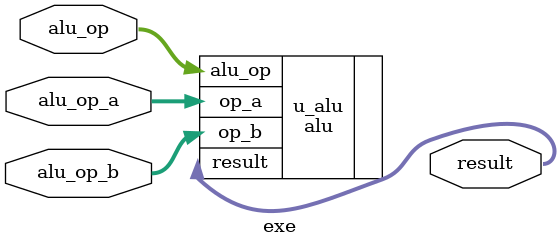
<source format=v>
module exe(
    alu_op_a,
    alu_op_b,
    alu_op,
    result
);
    input wire [4:0]    alu_op;
    output wire [31:0]  result;
    input wire [31:0] alu_op_b;
    input wire [31:0] alu_op_a;

    alu u_alu (
      .alu_op  (      alu_op),
      .op_a    (    alu_op_a),
      .op_b    (    alu_op_b),
      .result  (      result)
    );
    endmodule
</source>
